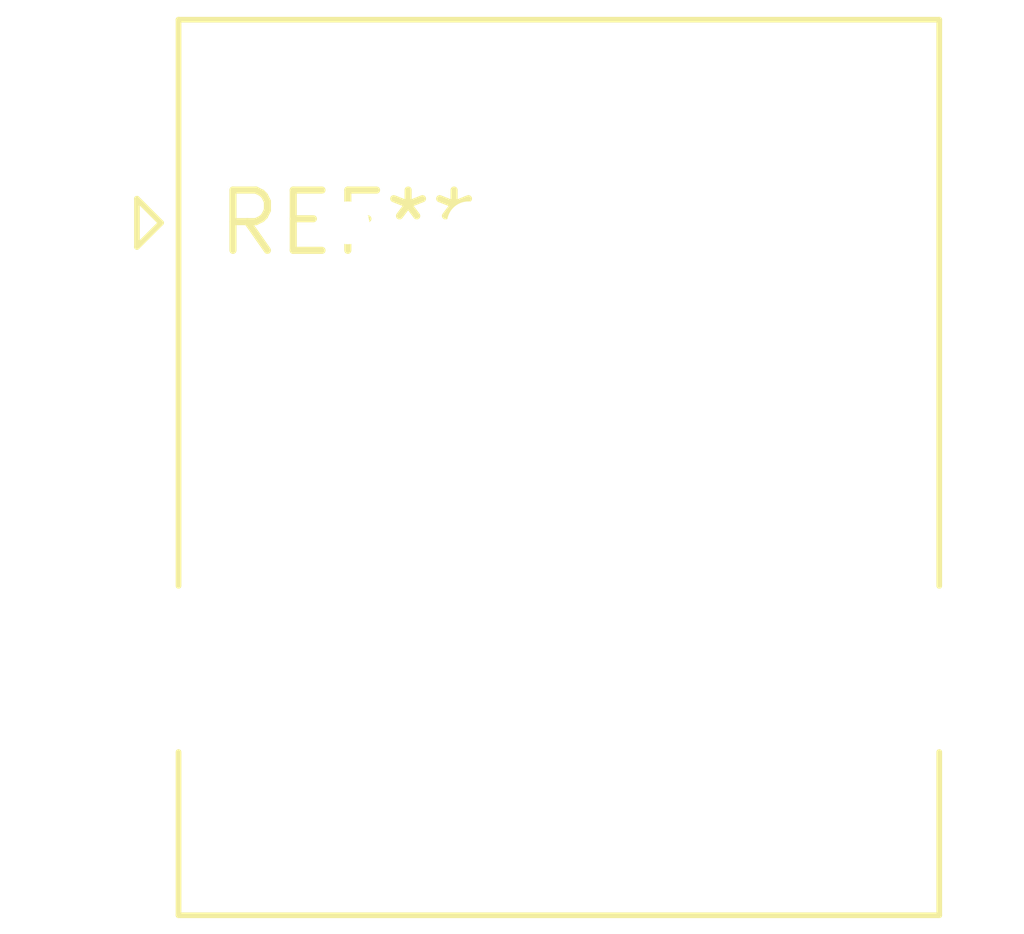
<source format=kicad_pcb>
(kicad_pcb (version 20240108) (generator pcbnew)
  (layers (0 "F.Cu" signal) (31 "B.Cu" signal) (34 "B.Paste" user) (35 "F.Paste" user) (36 "B.SilkS" user "B.Silkscreen") (37 "F.SilkS" user "F.Silkscreen") (38 "B.Mask" user) (39 "F.Mask" user) (44 "Edge.Cuts" user))
  (net 0 "")
  (footprint "RJ45_Ninigi_GE" (layer "F.Cu") (at 0 0)
    (property "Reference" "REF**")
    (property "Value" "RJ45_Ninigi_GE")
    (fp_line (start -4.441 -0.508) (end -4.441 0.508) (layer "F.SilkS") (stroke (width 0.12)))
    (fp_line (start -4.441 0.508) (end -3.933 0) (layer "F.SilkS") (stroke (width 0.12)))
    (fp_line (start -3.933 0) (end -4.441 -0.508) (layer "F.SilkS") (stroke (width 0.12)))
    (fp_line (start -3.565 -4.28) (end -3.565 7.65) (layer "F.SilkS") (stroke (width 0.12)))
    (fp_line (start -3.565 11.15) (end -3.565 14.59) (layer "F.SilkS") (stroke (width 0.12)))
    (fp_line (start 12.455 -4.28) (end -3.565 -4.28) (layer "F.SilkS") (stroke (width 0.12)))
    (fp_line (start 12.455 -4.28) (end 12.455 7.65) (layer "F.SilkS") (stroke (width 0.12)))
    (fp_line (start 12.455 11.15) (end 12.455 14.59) (layer "F.SilkS") (stroke (width 0.12)))
    (fp_line (start 12.455 14.59) (end -3.565 14.59) (layer "F.SilkS") (stroke (width 0.12)))
    (pad "" np_thru_hole circle (at -1.27 6.35) (size 3.25 3.25) (drill 3.25) (layers *.Cu *.Mask))
    (pad "" np_thru_hole circle (at 10.16 6.35 180) (size 3.25 3.25) (drill 3.25) (layers *.Cu *.Mask))
    (pad "1" thru_hole rect (at 0 0 180) (size 1.5 1.5) (drill 0.9) (layers *.Cu *.Mask) (remove_unused_layers))
    (pad "2" thru_hole circle (at 1.27 -2.54 180) (size 1.5 1.5) (drill 0.9) (layers *.Cu *.Mask) (remove_unused_layers))
    (pad "3" thru_hole circle (at 2.54 0 180) (size 1.5 1.5) (drill 0.9) (layers *.Cu *.Mask) (remove_unused_layers))
    (pad "4" thru_hole circle (at 3.81 -2.54 180) (size 1.5 1.5) (drill 0.9) (layers *.Cu *.Mask) (remove_unused_layers))
    (pad "5" thru_hole circle (at 5.08 0 180) (size 1.5 1.5) (drill 0.9) (layers *.Cu *.Mask) (remove_unused_layers))
    (pad "6" thru_hole circle (at 6.35 -2.54 180) (size 1.5 1.5) (drill 0.9) (layers *.Cu *.Mask) (remove_unused_layers))
    (pad "7" thru_hole circle (at 7.62 0 180) (size 1.5 1.5) (drill 0.9) (layers *.Cu *.Mask) (remove_unused_layers))
    (pad "8" thru_hole circle (at 8.89 -2.54 180) (size 1.5 1.5) (drill 0.9) (layers *.Cu *.Mask) (remove_unused_layers))
    (pad "SH" thru_hole circle (at -3.325 9.4) (size 3 3) (drill 1.6) (layers *.Cu *.Mask) (remove_unused_layers))
    (pad "SH" thru_hole circle (at 12.215 9.4 180) (size 3 3) (drill 1.6) (layers *.Cu *.Mask) (remove_unused_layers))
  )
)
</source>
